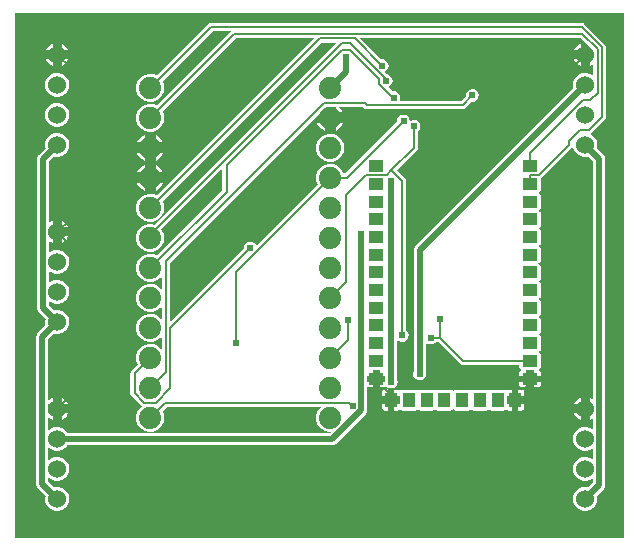
<source format=gbl>
G04 ---------------------------- Layer name :BOTTOM LAYER*
G04 easyEDA 0.1*
G04 Scale: 100 percent, Rotated: No, Reflected: No *
G04 Dimensions in inches *
G04 leading zeros omitted , absolute positions ,2 integer and 4 * 
%FSLAX24Y24*%
%MOIN*%
G90*
G70D02*

%ADD11C,0.008000*%
%ADD12C,0.020000*%
%ADD13C,0.024000*%
%ADD14R,0.039400X0.051200*%
%ADD15R,0.051200X0.039400*%
%ADD16C,0.074000*%
%ADD18C,0.060000*%

%LPD*%
%LNCopperArea outer*%
G36*
G01X100Y17800D02*
G01X100Y35300D01*
G01X20400Y35300D01*
G01X20400Y17800D01*
G01X100Y17800D01*
G37*

%LPC*%
%LNCopper Hole*%
G36*
G01X1132Y34050D02*
G01X1350Y34050D01*
G01X1350Y34265D01*
G01X1300Y34246D01*
G01X1205Y34171D01*
G01X1140Y34073D01*
G01X1132Y34050D01*
G37*
G36*
G01X1650Y34050D02*
G01X1865Y34050D01*
G01X1830Y34126D01*
G01X1750Y34211D01*
G01X1650Y34269D01*
G01X1650Y34050D01*
G37*
G36*
G01X18731Y34050D02*
G01X18950Y34050D01*
G01X18950Y34265D01*
G01X18900Y34246D01*
G01X18806Y34171D01*
G01X18739Y34073D01*
G01X18731Y34050D01*
G37*
G36*
G01X1350Y33534D02*
G01X1350Y33750D01*
G01X1132Y33750D01*
G01X1140Y33726D01*
G01X1205Y33628D01*
G01X1300Y33554D01*
G01X1350Y33534D01*
G37*
G36*
G01X18950Y33534D02*
G01X18950Y33750D01*
G01X18731Y33750D01*
G01X18739Y33726D01*
G01X18806Y33628D01*
G01X18900Y33554D01*
G01X18950Y33534D01*
G37*
G36*
G01X1650Y33530D02*
G01X1750Y33588D01*
G01X1830Y33673D01*
G01X1865Y33750D01*
G01X1650Y33750D01*
G01X1650Y33530D01*
G37*
G36*
G01X1530Y32502D02*
G01X1646Y32528D01*
G01X1750Y32588D01*
G01X1830Y32673D01*
G01X1882Y32782D01*
G01X1900Y32900D01*
G01X1882Y33017D01*
G01X1830Y33126D01*
G01X1750Y33211D01*
G01X1646Y33271D01*
G01X1530Y33298D01*
G01X1409Y33290D01*
G01X1300Y33246D01*
G01X1205Y33171D01*
G01X1140Y33073D01*
G01X1103Y32959D01*
G01X1103Y32840D01*
G01X1140Y32726D01*
G01X1205Y32628D01*
G01X1300Y32553D01*
G01X1409Y32509D01*
G01X1530Y32502D01*
G37*
G36*
G01X1530Y31502D02*
G01X1646Y31528D01*
G01X1750Y31588D01*
G01X1830Y31673D01*
G01X1882Y31782D01*
G01X1900Y31900D01*
G01X1882Y32017D01*
G01X1830Y32126D01*
G01X1750Y32211D01*
G01X1646Y32271D01*
G01X1530Y32298D01*
G01X1409Y32290D01*
G01X1300Y32246D01*
G01X1205Y32171D01*
G01X1140Y32073D01*
G01X1103Y31959D01*
G01X1103Y31840D01*
G01X1140Y31726D01*
G01X1205Y31628D01*
G01X1300Y31553D01*
G01X1409Y31509D01*
G01X1530Y31502D01*
G37*
G36*
G01X10415Y31371D02*
G01X10415Y31615D01*
G01X10165Y31615D01*
G01X10168Y31611D01*
G01X10235Y31503D01*
G01X10327Y31415D01*
G01X10415Y31371D01*
G37*
G36*
G01X10784Y31369D02*
G01X10815Y31382D01*
G01X10919Y31455D01*
G01X11002Y31555D01*
G01X11027Y31615D01*
G01X10784Y31615D01*
G01X10784Y31369D01*
G37*
G36*
G01X4165Y30984D02*
G01X4415Y30984D01*
G01X4415Y31228D01*
G01X4328Y31184D01*
G01X4236Y31096D01*
G01X4167Y30988D01*
G01X4165Y30984D01*
G37*
G36*
G01X4784Y30984D02*
G01X5027Y30984D01*
G01X5002Y31044D01*
G01X4919Y31144D01*
G01X4815Y31217D01*
G01X4784Y31230D01*
G01X4784Y30984D01*
G37*
G36*
G01X4415Y30371D02*
G01X4415Y30615D01*
G01X4165Y30615D01*
G01X4167Y30611D01*
G01X4236Y30503D01*
G01X4328Y30415D01*
G01X4415Y30371D01*
G37*
G36*
G01X4784Y30369D02*
G01X4815Y30382D01*
G01X4919Y30455D01*
G01X5002Y30555D01*
G01X5027Y30615D01*
G01X4784Y30615D01*
G01X4784Y30369D01*
G37*
G36*
G01X10568Y30332D02*
G01X10696Y30340D01*
G01X10815Y30382D01*
G01X10919Y30455D01*
G01X11002Y30555D01*
G01X11052Y30673D01*
G01X11069Y30800D01*
G01X11052Y30926D01*
G01X11002Y31044D01*
G01X10919Y31144D01*
G01X10815Y31217D01*
G01X10696Y31259D01*
G01X10568Y31267D01*
G01X10442Y31242D01*
G01X10327Y31184D01*
G01X10235Y31096D01*
G01X10168Y30988D01*
G01X10134Y30863D01*
G01X10134Y30736D01*
G01X10168Y30611D01*
G01X10235Y30503D01*
G01X10327Y30415D01*
G01X10442Y30357D01*
G01X10568Y30332D01*
G37*
G36*
G01X4165Y29984D02*
G01X4415Y29984D01*
G01X4415Y30228D01*
G01X4328Y30184D01*
G01X4236Y30096D01*
G01X4167Y29988D01*
G01X4165Y29984D01*
G37*
G36*
G01X1650Y21730D02*
G01X1750Y21788D01*
G01X1830Y21873D01*
G01X1865Y21950D01*
G01X1650Y21950D01*
G01X1650Y21730D01*
G37*
G36*
G01X18950Y21734D02*
G01X18950Y21950D01*
G01X18731Y21950D01*
G01X18739Y21926D01*
G01X18806Y21828D01*
G01X18900Y21753D01*
G01X18950Y21734D01*
G37*
G36*
G01X4784Y29984D02*
G01X5027Y29984D01*
G01X5002Y30044D01*
G01X4919Y30144D01*
G01X4815Y30217D01*
G01X4784Y30230D01*
G01X4784Y29984D01*
G37*
G36*
G01X4415Y29371D02*
G01X4415Y29615D01*
G01X4165Y29615D01*
G01X4167Y29611D01*
G01X4236Y29503D01*
G01X4328Y29415D01*
G01X4415Y29371D01*
G37*
G36*
G01X4784Y29369D02*
G01X4815Y29382D01*
G01X4919Y29455D01*
G01X5002Y29555D01*
G01X5027Y29615D01*
G01X4784Y29615D01*
G01X4784Y29369D01*
G37*
G36*
G01X12727Y22044D02*
G01X12826Y22044D01*
G01X12856Y22048D01*
G01X12884Y22063D01*
G01X12906Y22086D01*
G01X12922Y22113D01*
G01X12923Y22130D01*
G01X12926Y22113D01*
G01X12942Y22086D01*
G01X12964Y22063D01*
G01X12992Y22048D01*
G01X13022Y22044D01*
G01X13415Y22044D01*
G01X13446Y22048D01*
G01X13473Y22063D01*
G01X13496Y22086D01*
G01X13511Y22113D01*
G01X13514Y22130D01*
G01X13515Y22113D01*
G01X13531Y22086D01*
G01X13553Y22063D01*
G01X13581Y22048D01*
G01X13611Y22044D01*
G01X14006Y22044D01*
G01X14035Y22048D01*
G01X14064Y22063D01*
G01X14085Y22086D01*
G01X14102Y22113D01*
G01X14103Y22130D01*
G01X14106Y22113D01*
G01X14122Y22086D01*
G01X14143Y22063D01*
G01X14172Y22048D01*
G01X14202Y22044D01*
G01X14596Y22044D01*
G01X14626Y22048D01*
G01X14653Y22063D01*
G01X14676Y22086D01*
G01X14692Y22113D01*
G01X14696Y22144D01*
G01X14696Y22655D01*
G01X14692Y22686D01*
G01X14676Y22713D01*
G01X14653Y22736D01*
G01X14626Y22752D01*
G01X14596Y22755D01*
G01X14202Y22755D01*
G01X14172Y22752D01*
G01X14143Y22736D01*
G01X14122Y22713D01*
G01X14106Y22686D01*
G01X14103Y22676D01*
G01X14102Y22686D01*
G01X14085Y22713D01*
G01X14064Y22736D01*
G01X14035Y22752D01*
G01X14006Y22755D01*
G01X13611Y22755D01*
G01X13581Y22752D01*
G01X13553Y22736D01*
G01X13531Y22713D01*
G01X13515Y22686D01*
G01X13514Y22676D01*
G01X13511Y22686D01*
G01X13496Y22713D01*
G01X13473Y22736D01*
G01X13446Y22752D01*
G01X13415Y22755D01*
G01X13022Y22755D01*
G01X12992Y22752D01*
G01X12964Y22736D01*
G01X12942Y22713D01*
G01X12926Y22686D01*
G01X12923Y22676D01*
G01X12922Y22686D01*
G01X12906Y22713D01*
G01X12884Y22736D01*
G01X12856Y22752D01*
G01X12826Y22755D01*
G01X12727Y22755D01*
G01X12727Y22528D01*
G01X12922Y22528D01*
G01X12922Y22271D01*
G01X12727Y22271D01*
G01X12727Y22044D01*
G37*
G36*
G01X12431Y22044D02*
G01X12531Y22044D01*
G01X12531Y22271D01*
G01X12331Y22271D01*
G01X12331Y22144D01*
G01X12335Y22113D01*
G01X12352Y22086D01*
G01X12373Y22063D01*
G01X12402Y22048D01*
G01X12431Y22044D01*
G37*
G36*
G01X1650Y28150D02*
G01X1865Y28150D01*
G01X1830Y28226D01*
G01X1750Y28311D01*
G01X1650Y28369D01*
G01X1650Y28150D01*
G37*
G36*
G01X1650Y27630D02*
G01X1750Y27688D01*
G01X1830Y27773D01*
G01X1865Y27850D01*
G01X1650Y27850D01*
G01X1650Y27630D01*
G37*
G36*
G01X1530Y18702D02*
G01X1646Y18728D01*
G01X1750Y18788D01*
G01X1830Y18873D01*
G01X1882Y18982D01*
G01X1900Y19100D01*
G01X1882Y19217D01*
G01X1830Y19326D01*
G01X1750Y19411D01*
G01X1646Y19471D01*
G01X1530Y19498D01*
G01X1409Y19490D01*
G01X1398Y19486D01*
G01X1203Y19680D01*
G01X1203Y19830D01*
G01X1205Y19828D01*
G01X1300Y19753D01*
G01X1409Y19709D01*
G01X1530Y19702D01*
G01X1646Y19728D01*
G01X1750Y19788D01*
G01X1830Y19873D01*
G01X1882Y19982D01*
G01X1900Y20100D01*
G01X1882Y20217D01*
G01X1830Y20326D01*
G01X1750Y20411D01*
G01X1646Y20471D01*
G01X1530Y20498D01*
G01X1409Y20490D01*
G01X1300Y20446D01*
G01X1205Y20371D01*
G01X1203Y20369D01*
G01X1203Y20830D01*
G01X1205Y20828D01*
G01X1300Y20753D01*
G01X1409Y20709D01*
G01X1530Y20702D01*
G01X1646Y20728D01*
G01X1750Y20788D01*
G01X1830Y20873D01*
G01X1842Y20900D01*
G01X10668Y20900D01*
G01X10700Y20902D01*
G01X10730Y20909D01*
G01X10757Y20921D01*
G01X10785Y20938D01*
G01X10810Y20957D01*
G01X11784Y21932D01*
G01X11803Y21955D01*
G01X11819Y21984D01*
G01X11831Y22011D01*
G01X11839Y22042D01*
G01X11842Y22073D01*
G01X11842Y22823D01*
G01X11853Y22817D01*
G01X11884Y22813D01*
G01X12010Y22813D01*
G01X12010Y23011D01*
G01X11842Y23011D01*
G01X11842Y23207D01*
G01X12010Y23207D01*
G01X12010Y23403D01*
G01X12265Y23403D01*
G01X12265Y23207D01*
G01X12431Y23207D01*
G01X12431Y23080D01*
G01X12415Y23044D01*
G01X12415Y23011D01*
G01X12265Y23011D01*
G01X12265Y22813D01*
G01X12396Y22813D01*
G01X12426Y22817D01*
G01X12453Y22834D01*
G01X12472Y22852D01*
G01X12522Y22807D01*
G01X12610Y22780D01*
G01X12700Y22788D01*
G01X12780Y22834D01*
G01X12831Y22907D01*
G01X12852Y22998D01*
G01X12831Y23088D01*
G01X12831Y24402D01*
G01X12880Y24359D01*
G01X12968Y24332D01*
G01X13057Y24340D01*
G01X13138Y24386D01*
G01X13189Y24459D01*
G01X13210Y24550D01*
G01X13189Y24640D01*
G01X13138Y24713D01*
G01X13130Y24717D01*
G01X13130Y29686D01*
G01X13127Y29707D01*
G01X13123Y29730D01*
G01X13114Y29750D01*
G01X13103Y29767D01*
G01X13089Y29784D01*
G01X12823Y30050D01*
G01X13492Y30717D01*
G01X13502Y30736D01*
G01X13511Y30755D01*
G01X13515Y30778D01*
G01X13518Y30800D01*
G01X13518Y31352D01*
G01X13527Y31357D01*
G01X13580Y31432D01*
G01X13600Y31521D01*
G01X13580Y31611D01*
G01X13527Y31686D01*
G01X13447Y31732D01*
G01X13357Y31740D01*
G01X13269Y31711D01*
G01X13261Y31703D01*
G01X13242Y31790D01*
G01X13189Y31863D01*
G01X13110Y31909D01*
G01X13019Y31917D01*
G01X12931Y31890D01*
G01X12864Y31830D01*
G01X12826Y31746D01*
G01X12826Y31680D01*
G01X11085Y29940D01*
G01X11046Y29940D01*
G01X11002Y30044D01*
G01X10919Y30144D01*
G01X10815Y30217D01*
G01X10696Y30259D01*
G01X10568Y30267D01*
G01X10442Y30242D01*
G01X10327Y30184D01*
G01X10235Y30096D01*
G01X10168Y29988D01*
G01X10134Y29863D01*
G01X10134Y29736D01*
G01X10168Y29611D01*
G01X10185Y29584D01*
G01X8131Y27530D01*
G01X8127Y27546D01*
G01X8076Y27619D01*
G01X7996Y27665D01*
G01X7906Y27673D01*
G01X7818Y27646D01*
G01X7750Y27586D01*
G01X7711Y27502D01*
G01X7711Y27438D01*
G01X5257Y24986D01*
G01X5257Y26959D01*
G01X10284Y31984D01*
G01X10415Y31984D01*
G01X10415Y32115D01*
G01X10460Y32159D01*
G01X10784Y32159D01*
G01X10784Y31984D01*
G01X11027Y31984D01*
G01X11002Y32044D01*
G01X10919Y32144D01*
G01X10897Y32159D01*
G01X11688Y32159D01*
G01X11714Y32134D01*
G01X11731Y32119D01*
G01X11750Y32107D01*
G01X11769Y32100D01*
G01X11789Y32096D01*
G01X11811Y32094D01*
G01X15026Y32094D01*
G01X15047Y32096D01*
G01X15069Y32100D01*
G01X15089Y32109D01*
G01X15107Y32119D01*
G01X15315Y32328D01*
G01X15318Y32328D01*
G01X15407Y32336D01*
G01X15488Y32382D01*
G01X15539Y32455D01*
G01X15560Y32546D01*
G01X15539Y32636D01*
G01X15488Y32709D01*
G01X15407Y32755D01*
G01X15318Y32763D01*
G01X15230Y32736D01*
G01X15161Y32676D01*
G01X15123Y32592D01*
G01X15123Y32528D01*
G01X14969Y32373D01*
G01X12907Y32373D01*
G01X12914Y32382D01*
G01X12934Y32471D01*
G01X12914Y32561D01*
G01X12861Y32636D01*
G01X12781Y32682D01*
G01X12692Y32690D01*
G01X12680Y32686D01*
G01X12534Y32832D01*
G01X12606Y32871D01*
G01X12657Y32946D01*
G01X12677Y33036D01*
G01X12657Y33126D01*
G01X12606Y33200D01*
G01X12526Y33246D01*
G01X12492Y33248D01*
G01X12402Y33340D01*
G01X12473Y33380D01*
G01X12526Y33454D01*
G01X12546Y33544D01*
G01X12526Y33634D01*
G01X12473Y33707D01*
G01X12393Y33754D01*
G01X12306Y33761D01*
G01X11603Y34461D01*
G01X18938Y34461D01*
G01X19250Y34150D01*
G01X19250Y34050D01*
G01X19350Y34050D01*
G01X19369Y34030D01*
G01X19369Y33750D01*
G01X19250Y33750D01*
G01X19250Y33530D01*
G01X19350Y33588D01*
G01X19369Y33609D01*
G01X19369Y33190D01*
G01X19350Y33211D01*
G01X19246Y33271D01*
G01X19130Y33298D01*
G01X19010Y33290D01*
G01X18900Y33246D01*
G01X18806Y33171D01*
G01X18739Y33073D01*
G01X18703Y32959D01*
G01X18703Y32840D01*
G01X18715Y32800D01*
G01X13442Y27528D01*
G01X13422Y27503D01*
G01X13406Y27476D01*
G01X13393Y27448D01*
G01X13385Y27417D01*
G01X13384Y27386D01*
G01X13384Y23353D01*
G01X13368Y23317D01*
G01X13368Y23226D01*
G01X13406Y23142D01*
G01X13473Y23082D01*
G01X13561Y23053D01*
G01X13652Y23061D01*
G01X13731Y23107D01*
G01X13784Y23182D01*
G01X13803Y23271D01*
G01X13784Y23361D01*
G01X13784Y24326D01*
G01X13842Y24273D01*
G01X13930Y24246D01*
G01X14019Y24253D01*
G01X14100Y24300D01*
G01X14115Y24323D01*
G01X14210Y24323D01*
G01X14947Y23586D01*
G01X14965Y23576D01*
G01X14985Y23565D01*
G01X15007Y23561D01*
G01X15030Y23559D01*
G01X16903Y23559D01*
G01X16903Y23503D01*
G01X16907Y23473D01*
G01X16923Y23446D01*
G01X16946Y23423D01*
G01X16973Y23407D01*
G01X16989Y23405D01*
G01X16973Y23403D01*
G01X16946Y23388D01*
G01X16923Y23365D01*
G01X16907Y23338D01*
G01X16903Y23307D01*
G01X16903Y23207D01*
G01X17131Y23207D01*
G01X17131Y23403D01*
G01X17388Y23403D01*
G01X17388Y23207D01*
G01X17615Y23207D01*
G01X17615Y23307D01*
G01X17611Y23338D01*
G01X17596Y23365D01*
G01X17573Y23388D01*
G01X17546Y23403D01*
G01X17531Y23405D01*
G01X17546Y23407D01*
G01X17573Y23423D01*
G01X17596Y23446D01*
G01X17611Y23473D01*
G01X17615Y23503D01*
G01X17615Y23898D01*
G01X17611Y23928D01*
G01X17596Y23955D01*
G01X17573Y23978D01*
G01X17546Y23994D01*
G01X17531Y23996D01*
G01X17546Y23998D01*
G01X17573Y24013D01*
G01X17596Y24036D01*
G01X17611Y24063D01*
G01X17615Y24094D01*
G01X17615Y24488D01*
G01X17611Y24517D01*
G01X17596Y24546D01*
G01X17573Y24567D01*
G01X17546Y24584D01*
G01X17531Y24586D01*
G01X17546Y24588D01*
G01X17573Y24603D01*
G01X17596Y24626D01*
G01X17611Y24653D01*
G01X17615Y24684D01*
G01X17615Y25078D01*
G01X17611Y25107D01*
G01X17596Y25136D01*
G01X17573Y25157D01*
G01X17546Y25173D01*
G01X17531Y25176D01*
G01X17546Y25178D01*
G01X17573Y25194D01*
G01X17596Y25215D01*
G01X17611Y25244D01*
G01X17615Y25273D01*
G01X17615Y25667D01*
G01X17611Y25698D01*
G01X17596Y25726D01*
G01X17573Y25748D01*
G01X17546Y25763D01*
G01X17531Y25765D01*
G01X17546Y25767D01*
G01X17573Y25784D01*
G01X17596Y25805D01*
G01X17611Y25834D01*
G01X17615Y25863D01*
G01X17615Y26257D01*
G01X17611Y26288D01*
G01X17596Y26315D01*
G01X17573Y26338D01*
G01X17546Y26353D01*
G01X17531Y26355D01*
G01X17546Y26357D01*
G01X17573Y26373D01*
G01X17596Y26396D01*
G01X17611Y26423D01*
G01X17615Y26453D01*
G01X17615Y26848D01*
G01X17611Y26878D01*
G01X17596Y26905D01*
G01X17573Y26928D01*
G01X17546Y26944D01*
G01X17531Y26946D01*
G01X17546Y26948D01*
G01X17573Y26963D01*
G01X17596Y26986D01*
G01X17611Y27013D01*
G01X17615Y27044D01*
G01X17615Y27438D01*
G01X17611Y27467D01*
G01X17596Y27496D01*
G01X17573Y27517D01*
G01X17546Y27534D01*
G01X17531Y27536D01*
G01X17546Y27538D01*
G01X17573Y27553D01*
G01X17596Y27576D01*
G01X17611Y27603D01*
G01X17615Y27634D01*
G01X17615Y28028D01*
G01X17611Y28057D01*
G01X17596Y28086D01*
G01X17573Y28107D01*
G01X17546Y28123D01*
G01X17531Y28126D01*
G01X17546Y28128D01*
G01X17573Y28144D01*
G01X17596Y28165D01*
G01X17611Y28194D01*
G01X17615Y28223D01*
G01X17615Y28617D01*
G01X17611Y28648D01*
G01X17596Y28676D01*
G01X17573Y28698D01*
G01X17546Y28713D01*
G01X17531Y28715D01*
G01X17546Y28717D01*
G01X17573Y28734D01*
G01X17596Y28755D01*
G01X17611Y28784D01*
G01X17615Y28813D01*
G01X17615Y29207D01*
G01X17611Y29238D01*
G01X17596Y29265D01*
G01X17573Y29288D01*
G01X17546Y29303D01*
G01X17531Y29305D01*
G01X17546Y29307D01*
G01X17573Y29323D01*
G01X17596Y29346D01*
G01X17611Y29373D01*
G01X17615Y29403D01*
G01X17615Y29771D01*
G01X17619Y29773D01*
G01X17638Y29784D01*
G01X18664Y30809D01*
G01X18673Y30828D01*
G01X18684Y30848D01*
G01X18688Y30869D01*
G01X18689Y30892D01*
G01X18689Y30961D01*
G01X18711Y30984D01*
G01X18703Y30959D01*
G01X18703Y30840D01*
G01X18739Y30726D01*
G01X18806Y30628D01*
G01X18900Y30553D01*
G01X19010Y30509D01*
G01X19130Y30502D01*
G01X19197Y30517D01*
G01X19369Y30346D01*
G01X19369Y22390D01*
G01X19350Y22411D01*
G01X19250Y22469D01*
G01X19250Y22250D01*
G01X19369Y22250D01*
G01X19369Y21950D01*
G01X19250Y21950D01*
G01X19250Y21730D01*
G01X19350Y21788D01*
G01X19369Y21809D01*
G01X19369Y21390D01*
G01X19350Y21411D01*
G01X19246Y21471D01*
G01X19130Y21498D01*
G01X19010Y21490D01*
G01X18900Y21446D01*
G01X18806Y21371D01*
G01X18739Y21273D01*
G01X18703Y21159D01*
G01X18703Y21040D01*
G01X18739Y20926D01*
G01X18806Y20828D01*
G01X18900Y20753D01*
G01X19010Y20709D01*
G01X19130Y20702D01*
G01X19246Y20728D01*
G01X19350Y20788D01*
G01X19369Y20809D01*
G01X19369Y20390D01*
G01X19350Y20411D01*
G01X19246Y20471D01*
G01X19130Y20498D01*
G01X19010Y20490D01*
G01X18900Y20446D01*
G01X18806Y20371D01*
G01X18739Y20273D01*
G01X18703Y20159D01*
G01X18703Y20040D01*
G01X18739Y19926D01*
G01X18806Y19828D01*
G01X18900Y19753D01*
G01X19010Y19709D01*
G01X19130Y19702D01*
G01X19246Y19728D01*
G01X19350Y19788D01*
G01X19369Y19809D01*
G01X19369Y19655D01*
G01X19197Y19482D01*
G01X19130Y19498D01*
G01X19010Y19490D01*
G01X18900Y19446D01*
G01X18806Y19371D01*
G01X18739Y19273D01*
G01X18703Y19159D01*
G01X18703Y19040D01*
G01X18739Y18926D01*
G01X18806Y18828D01*
G01X18900Y18753D01*
G01X19010Y18709D01*
G01X19130Y18702D01*
G01X19246Y18728D01*
G01X19350Y18788D01*
G01X19430Y18873D01*
G01X19481Y18982D01*
G01X19500Y19100D01*
G01X19484Y19202D01*
G01X19711Y19430D01*
G01X19731Y19453D01*
G01X19747Y19482D01*
G01X19760Y19509D01*
G01X19768Y19540D01*
G01X19769Y19571D01*
G01X19769Y30430D01*
G01X19768Y30461D01*
G01X19760Y30492D01*
G01X19747Y30519D01*
G01X19731Y30548D01*
G01X19711Y30571D01*
G01X19484Y30800D01*
G01X19500Y30900D01*
G01X19481Y31017D01*
G01X19430Y31126D01*
G01X19350Y31211D01*
G01X19257Y31263D01*
G01X19264Y31265D01*
G01X19284Y31276D01*
G01X19302Y31286D01*
G01X19773Y31757D01*
G01X19784Y31776D01*
G01X19793Y31796D01*
G01X19797Y31817D01*
G01X19800Y31840D01*
G01X19800Y34148D01*
G01X19797Y34169D01*
G01X19793Y34192D01*
G01X19784Y34211D01*
G01X19773Y34230D01*
G01X19064Y34940D01*
G01X19046Y34950D01*
G01X19026Y34959D01*
G01X19003Y34963D01*
G01X18981Y34965D01*
G01X6623Y34965D01*
G01X6602Y34963D01*
G01X6580Y34959D01*
G01X6560Y34950D01*
G01X6542Y34940D01*
G01X6523Y34923D01*
G01X4818Y33215D01*
G01X4815Y33217D01*
G01X4696Y33259D01*
G01X4567Y33267D01*
G01X4442Y33242D01*
G01X4328Y33184D01*
G01X4236Y33096D01*
G01X4167Y32988D01*
G01X4134Y32863D01*
G01X4134Y32736D01*
G01X4167Y32611D01*
G01X4236Y32503D01*
G01X4328Y32415D01*
G01X4442Y32357D01*
G01X4567Y32332D01*
G01X4696Y32340D01*
G01X4815Y32382D01*
G01X4919Y32455D01*
G01X5002Y32555D01*
G01X5052Y32673D01*
G01X5069Y32800D01*
G01X5052Y32926D01*
G01X5014Y33015D01*
G01X6681Y34686D01*
G01X7285Y34686D01*
G01X4818Y32215D01*
G01X4815Y32217D01*
G01X4696Y32259D01*
G01X4567Y32267D01*
G01X4442Y32242D01*
G01X4328Y32184D01*
G01X4236Y32096D01*
G01X4167Y31988D01*
G01X4134Y31863D01*
G01X4134Y31736D01*
G01X4167Y31611D01*
G01X4236Y31503D01*
G01X4328Y31415D01*
G01X4442Y31357D01*
G01X4567Y31332D01*
G01X4696Y31340D01*
G01X4815Y31382D01*
G01X4919Y31455D01*
G01X5002Y31555D01*
G01X5052Y31673D01*
G01X5069Y31800D01*
G01X5052Y31926D01*
G01X5014Y32015D01*
G01X7457Y34461D01*
G01X10065Y34461D01*
G01X4819Y29215D01*
G01X4815Y29217D01*
G01X4696Y29259D01*
G01X4567Y29267D01*
G01X4442Y29242D01*
G01X4328Y29184D01*
G01X4236Y29096D01*
G01X4167Y28988D01*
G01X4134Y28863D01*
G01X4134Y28736D01*
G01X4167Y28611D01*
G01X4236Y28503D01*
G01X4328Y28415D01*
G01X4442Y28357D01*
G01X4567Y28332D01*
G01X4696Y28340D01*
G01X4815Y28382D01*
G01X4919Y28455D01*
G01X5002Y28555D01*
G01X5052Y28673D01*
G01X5069Y28800D01*
G01X5052Y28926D01*
G01X5014Y29017D01*
G01X10306Y34309D01*
G01X10806Y34309D01*
G01X4739Y28244D01*
G01X4696Y28259D01*
G01X4567Y28267D01*
G01X4442Y28242D01*
G01X4328Y28184D01*
G01X4236Y28096D01*
G01X4167Y27988D01*
G01X4134Y27863D01*
G01X4134Y27736D01*
G01X4167Y27611D01*
G01X4236Y27503D01*
G01X4328Y27415D01*
G01X4442Y27357D01*
G01X4567Y27332D01*
G01X4696Y27340D01*
G01X4815Y27382D01*
G01X4919Y27455D01*
G01X5002Y27555D01*
G01X5052Y27673D01*
G01X5069Y27800D01*
G01X5052Y27926D01*
G01X5002Y28044D01*
G01X4969Y28082D01*
G01X7003Y30115D01*
G01X7003Y29403D01*
G01X4818Y27215D01*
G01X4815Y27217D01*
G01X4696Y27259D01*
G01X4567Y27267D01*
G01X4442Y27242D01*
G01X4328Y27184D01*
G01X4236Y27096D01*
G01X4167Y26988D01*
G01X4134Y26863D01*
G01X4134Y26736D01*
G01X4167Y26611D01*
G01X4236Y26503D01*
G01X4328Y26415D01*
G01X4442Y26357D01*
G01X4567Y26332D01*
G01X4696Y26340D01*
G01X4815Y26382D01*
G01X4919Y26455D01*
G01X4977Y26526D01*
G01X4977Y26073D01*
G01X4919Y26144D01*
G01X4815Y26217D01*
G01X4696Y26259D01*
G01X4567Y26267D01*
G01X4442Y26242D01*
G01X4328Y26184D01*
G01X4236Y26096D01*
G01X4167Y25988D01*
G01X4134Y25863D01*
G01X4134Y25736D01*
G01X4167Y25611D01*
G01X4236Y25503D01*
G01X4328Y25415D01*
G01X4442Y25357D01*
G01X4567Y25332D01*
G01X4696Y25340D01*
G01X4815Y25382D01*
G01X4919Y25455D01*
G01X4977Y25526D01*
G01X4977Y25073D01*
G01X4919Y25144D01*
G01X4815Y25217D01*
G01X4696Y25259D01*
G01X4567Y25267D01*
G01X4442Y25242D01*
G01X4328Y25184D01*
G01X4236Y25096D01*
G01X4167Y24988D01*
G01X4134Y24863D01*
G01X4134Y24736D01*
G01X4167Y24611D01*
G01X4236Y24503D01*
G01X4328Y24415D01*
G01X4442Y24357D01*
G01X4567Y24332D01*
G01X4696Y24340D01*
G01X4815Y24382D01*
G01X4919Y24455D01*
G01X4977Y24526D01*
G01X4977Y24073D01*
G01X4919Y24144D01*
G01X4815Y24217D01*
G01X4696Y24259D01*
G01X4567Y24267D01*
G01X4442Y24242D01*
G01X4328Y24184D01*
G01X4236Y24096D01*
G01X4167Y23988D01*
G01X4134Y23863D01*
G01X4134Y23736D01*
G01X4167Y23611D01*
G01X4186Y23584D01*
G01X3982Y23382D01*
G01X3965Y23363D01*
G01X3955Y23346D01*
G01X3946Y23326D01*
G01X3942Y23303D01*
G01X3940Y23282D01*
G01X3940Y22615D01*
G01X3942Y22594D01*
G01X3946Y22571D01*
G01X3955Y22552D01*
G01X3965Y22534D01*
G01X3980Y22517D01*
G01X4294Y22202D01*
G01X4311Y22186D01*
G01X4323Y22180D01*
G01X4236Y22096D01*
G01X4167Y21988D01*
G01X4134Y21863D01*
G01X4134Y21736D01*
G01X4167Y21611D01*
G01X4236Y21503D01*
G01X4328Y21415D01*
G01X4442Y21357D01*
G01X4567Y21332D01*
G01X4696Y21340D01*
G01X4815Y21382D01*
G01X4919Y21455D01*
G01X5002Y21555D01*
G01X5052Y21673D01*
G01X5069Y21800D01*
G01X5052Y21926D01*
G01X5014Y22015D01*
G01X5157Y22161D01*
G01X10306Y22161D01*
G01X10235Y22096D01*
G01X10168Y21988D01*
G01X10134Y21863D01*
G01X10134Y21736D01*
G01X10168Y21611D01*
G01X10235Y21503D01*
G01X10327Y21415D01*
G01X10442Y21357D01*
G01X10568Y21332D01*
G01X10619Y21336D01*
G01X10584Y21300D01*
G01X1842Y21300D01*
G01X1830Y21326D01*
G01X1750Y21411D01*
G01X1646Y21471D01*
G01X1530Y21498D01*
G01X1409Y21490D01*
G01X1300Y21446D01*
G01X1205Y21371D01*
G01X1203Y21369D01*
G01X1203Y21830D01*
G01X1205Y21828D01*
G01X1300Y21753D01*
G01X1350Y21734D01*
G01X1350Y21950D01*
G01X1203Y21950D01*
G01X1203Y22250D01*
G01X1350Y22250D01*
G01X1350Y22465D01*
G01X1300Y22446D01*
G01X1205Y22371D01*
G01X1203Y22369D01*
G01X1203Y24421D01*
G01X1398Y24613D01*
G01X1409Y24609D01*
G01X1530Y24602D01*
G01X1646Y24628D01*
G01X1750Y24688D01*
G01X1830Y24773D01*
G01X1882Y24882D01*
G01X1900Y25000D01*
G01X1882Y25117D01*
G01X1830Y25226D01*
G01X1750Y25311D01*
G01X1646Y25371D01*
G01X1530Y25398D01*
G01X1409Y25390D01*
G01X1398Y25386D01*
G01X1228Y25555D01*
G01X1228Y25709D01*
G01X1300Y25653D01*
G01X1409Y25609D01*
G01X1530Y25602D01*
G01X1646Y25628D01*
G01X1750Y25688D01*
G01X1830Y25773D01*
G01X1882Y25882D01*
G01X1900Y26000D01*
G01X1882Y26117D01*
G01X1830Y26226D01*
G01X1750Y26311D01*
G01X1646Y26371D01*
G01X1530Y26398D01*
G01X1409Y26390D01*
G01X1300Y26346D01*
G01X1228Y26290D01*
G01X1228Y26709D01*
G01X1300Y26653D01*
G01X1409Y26609D01*
G01X1530Y26602D01*
G01X1646Y26628D01*
G01X1750Y26688D01*
G01X1830Y26773D01*
G01X1882Y26882D01*
G01X1900Y27000D01*
G01X1882Y27117D01*
G01X1830Y27226D01*
G01X1750Y27311D01*
G01X1646Y27371D01*
G01X1530Y27398D01*
G01X1409Y27390D01*
G01X1300Y27346D01*
G01X1228Y27290D01*
G01X1228Y27709D01*
G01X1300Y27653D01*
G01X1350Y27634D01*
G01X1350Y27850D01*
G01X1228Y27850D01*
G01X1228Y28150D01*
G01X1350Y28150D01*
G01X1350Y28365D01*
G01X1300Y28346D01*
G01X1228Y28290D01*
G01X1228Y30346D01*
G01X1398Y30513D01*
G01X1409Y30509D01*
G01X1530Y30502D01*
G01X1646Y30528D01*
G01X1750Y30588D01*
G01X1830Y30673D01*
G01X1882Y30782D01*
G01X1900Y30900D01*
G01X1882Y31017D01*
G01X1830Y31126D01*
G01X1750Y31211D01*
G01X1646Y31271D01*
G01X1530Y31298D01*
G01X1409Y31290D01*
G01X1300Y31246D01*
G01X1205Y31171D01*
G01X1140Y31073D01*
G01X1103Y30959D01*
G01X1103Y30840D01*
G01X1115Y30802D01*
G01X886Y30571D01*
G01X865Y30548D01*
G01X850Y30521D01*
G01X838Y30492D01*
G01X830Y30461D01*
G01X828Y30430D01*
G01X828Y25471D01*
G01X830Y25440D01*
G01X838Y25409D01*
G01X850Y25382D01*
G01X865Y25353D01*
G01X886Y25330D01*
G01X1115Y25100D01*
G01X1103Y25059D01*
G01X1103Y24940D01*
G01X1115Y24902D01*
G01X861Y24648D01*
G01X842Y24623D01*
G01X826Y24598D01*
G01X813Y24567D01*
G01X805Y24538D01*
G01X803Y24505D01*
G01X803Y19596D01*
G01X805Y19563D01*
G01X813Y19534D01*
G01X826Y19505D01*
G01X842Y19478D01*
G01X861Y19453D01*
G01X1115Y19200D01*
G01X1103Y19159D01*
G01X1103Y19040D01*
G01X1140Y18926D01*
G01X1205Y18828D01*
G01X1300Y18753D01*
G01X1409Y18709D01*
G01X1530Y18702D01*
G37*
G36*
G01X14802Y22044D02*
G01X15196Y22044D01*
G01X15226Y22048D01*
G01X15253Y22063D01*
G01X15276Y22086D01*
G01X15292Y22113D01*
G01X15293Y22130D01*
G01X15296Y22113D01*
G01X15311Y22086D01*
G01X15334Y22063D01*
G01X15361Y22048D01*
G01X15392Y22044D01*
G01X15785Y22044D01*
G01X15815Y22048D01*
G01X15843Y22063D01*
G01X15865Y22086D01*
G01X15881Y22113D01*
G01X15884Y22130D01*
G01X15885Y22113D01*
G01X15902Y22086D01*
G01X15923Y22063D01*
G01X15952Y22048D01*
G01X15981Y22044D01*
G01X16376Y22044D01*
G01X16406Y22048D01*
G01X16434Y22063D01*
G01X16456Y22086D01*
G01X16472Y22113D01*
G01X16473Y22130D01*
G01X16476Y22113D01*
G01X16492Y22086D01*
G01X16514Y22063D01*
G01X16542Y22048D01*
G01X16572Y22044D01*
G01X16672Y22044D01*
G01X16672Y22271D01*
G01X16476Y22271D01*
G01X16476Y22528D01*
G01X16672Y22528D01*
G01X16672Y22755D01*
G01X16572Y22755D01*
G01X16542Y22752D01*
G01X16514Y22736D01*
G01X16492Y22713D01*
G01X16476Y22686D01*
G01X16473Y22676D01*
G01X16472Y22686D01*
G01X16456Y22713D01*
G01X16434Y22736D01*
G01X16406Y22752D01*
G01X16376Y22755D01*
G01X15981Y22755D01*
G01X15952Y22752D01*
G01X15923Y22736D01*
G01X15902Y22713D01*
G01X15885Y22686D01*
G01X15884Y22676D01*
G01X15881Y22686D01*
G01X15865Y22713D01*
G01X15843Y22736D01*
G01X15815Y22752D01*
G01X15785Y22755D01*
G01X15392Y22755D01*
G01X15361Y22752D01*
G01X15334Y22736D01*
G01X15311Y22713D01*
G01X15296Y22686D01*
G01X15293Y22676D01*
G01X15292Y22686D01*
G01X15276Y22713D01*
G01X15253Y22736D01*
G01X15226Y22752D01*
G01X15196Y22755D01*
G01X14802Y22755D01*
G01X14772Y22752D01*
G01X14743Y22736D01*
G01X14722Y22713D01*
G01X14706Y22686D01*
G01X14702Y22655D01*
G01X14702Y22144D01*
G01X14706Y22113D01*
G01X14722Y22086D01*
G01X14743Y22063D01*
G01X14772Y22048D01*
G01X14802Y22044D01*
G37*
G36*
G01X17003Y22813D02*
G01X17131Y22813D01*
G01X17131Y23011D01*
G01X16903Y23011D01*
G01X16903Y22913D01*
G01X16907Y22884D01*
G01X16923Y22855D01*
G01X16946Y22834D01*
G01X16973Y22817D01*
G01X17003Y22813D01*
G37*
G36*
G01X16868Y22044D02*
G01X16965Y22044D01*
G01X16996Y22048D01*
G01X17023Y22063D01*
G01X17046Y22086D01*
G01X17061Y22113D01*
G01X17065Y22144D01*
G01X17065Y22271D01*
G01X16868Y22271D01*
G01X16868Y22044D01*
G37*
G36*
G01X17388Y22813D02*
G01X17515Y22813D01*
G01X17546Y22817D01*
G01X17573Y22834D01*
G01X17596Y22855D01*
G01X17611Y22884D01*
G01X17615Y22913D01*
G01X17615Y23011D01*
G01X17388Y23011D01*
G01X17388Y22813D01*
G37*
G36*
G01X16868Y22528D02*
G01X17065Y22528D01*
G01X17065Y22655D01*
G01X17061Y22686D01*
G01X17046Y22713D01*
G01X17023Y22736D01*
G01X16996Y22752D01*
G01X16965Y22755D01*
G01X16868Y22755D01*
G01X16868Y22528D01*
G37*
G36*
G01X12331Y22528D02*
G01X12531Y22528D01*
G01X12531Y22755D01*
G01X12431Y22755D01*
G01X12402Y22752D01*
G01X12373Y22736D01*
G01X12352Y22713D01*
G01X12335Y22686D01*
G01X12331Y22655D01*
G01X12331Y22528D01*
G37*
G36*
G01X18731Y22250D02*
G01X18950Y22250D01*
G01X18950Y22465D01*
G01X18900Y22446D01*
G01X18806Y22371D01*
G01X18739Y22273D01*
G01X18731Y22250D01*
G37*
G36*
G01X1650Y22250D02*
G01X1865Y22250D01*
G01X1830Y22326D01*
G01X1750Y22411D01*
G01X1650Y22469D01*
G01X1650Y22250D01*
G37*

%LPD*%
%LNVIA PAD TRACK COPPERAREA*%
G54D11*
G01X7928Y27455D02*
G01X5269Y24796D01*
G01X5269Y22790D01*
G01X4779Y22300D01*
G01X4394Y22300D01*
G01X4080Y22614D01*
G01X4080Y23280D01*
G01X4600Y23800D01*
G01X4600Y26800D02*
G01X7144Y29344D01*
G01X7144Y30238D01*
G01X10981Y34075D01*
G01X11255Y34075D01*
G01X12229Y33102D01*
G01X12229Y32940D01*
G01X12697Y32472D01*
G01X12715Y32472D01*
G01X12715Y32471D01*
G01X12459Y33035D02*
G01X12459Y33084D01*
G01X11243Y34299D01*
G01X10993Y34299D01*
G01X4600Y27906D01*
G01X4600Y27800D01*
G01X12326Y33542D02*
G01X11418Y34450D01*
G01X10250Y34450D01*
G01X4600Y28800D01*
G01X13288Y22756D02*
G01X13288Y30411D01*
G01X13626Y30749D01*
G01X13972Y23252D02*
G01X13972Y24147D01*
G01X13288Y22756D02*
G01X12630Y22756D01*
G01X13972Y22756D02*
G01X13288Y22756D01*
G01X10600Y31800D02*
G01X10729Y31929D01*
G01X13513Y31929D01*
G01X13626Y31817D01*
G01X13626Y31817D02*
G01X17017Y31817D01*
G01X19100Y33900D01*
G01X13626Y31817D02*
G01X13626Y30749D01*
G01X13972Y22756D02*
G01X13972Y23252D01*
G01X16769Y22756D02*
G01X13972Y22756D01*
G01X12139Y23109D02*
G01X12139Y22812D01*
G01X12630Y22578D02*
G01X12395Y22812D01*
G01X12139Y22812D01*
G01X12630Y22578D02*
G01X12630Y22756D01*
G01X12630Y22400D02*
G01X12630Y22578D01*
G01X16769Y22718D02*
G01X16769Y22756D01*
G01X16769Y22400D02*
G01X16769Y22718D01*
G01X17260Y22961D02*
G01X17054Y22756D01*
G01X16769Y22756D01*
G01X17260Y22961D02*
G01X17260Y22812D01*
G01X17260Y23109D02*
G01X17260Y22961D01*
G01X4600Y29800D02*
G01X4600Y30800D01*
G01X1500Y33900D02*
G01X1910Y33489D01*
G01X1910Y28410D01*
G01X1500Y28000D01*
G01X1500Y22100D02*
G01X1942Y22542D01*
G01X1942Y27557D01*
G01X1500Y28000D01*
G01X19100Y22100D02*
G01X17972Y22100D01*
G01X17260Y22812D01*
G54D12*
G01X10600Y32800D02*
G01X11138Y33338D01*
G01X11138Y33841D01*
G01X1500Y25000D02*
G01X1004Y24504D01*
G01X1004Y19595D01*
G01X1500Y19100D01*
G01X1500Y30900D02*
G01X1029Y30429D01*
G01X1029Y25470D01*
G01X1500Y25000D01*
G01X19100Y19100D02*
G01X19570Y19570D01*
G01X19570Y30429D01*
G01X19100Y30900D01*
G54D11*
G01X14267Y24462D02*
G01X15030Y23700D01*
G01X17260Y23700D01*
G01X13951Y24462D02*
G01X14267Y24462D01*
G01X14267Y25107D02*
G01X14267Y24462D01*
G01X7473Y24308D02*
G01X7473Y26673D01*
G01X10600Y29800D01*
G01X10600Y29800D02*
G01X11143Y29800D01*
G01X13043Y31699D01*
G01X12627Y30048D02*
G01X13379Y30799D01*
G01X13379Y31521D01*
G01X10600Y25800D02*
G01X11119Y26319D01*
G01X11119Y29215D01*
G01X11807Y29902D01*
G01X12482Y29902D01*
G01X12627Y30048D01*
G01X12990Y24549D02*
G01X12990Y29685D01*
G01X12627Y30048D01*
G54D12*
G01X12632Y29703D02*
G01X12632Y22997D01*
G01X13585Y23271D02*
G01X13585Y27386D01*
G01X19100Y32900D01*
G54D11*
G01X4600Y21800D02*
G01X5100Y22300D01*
G01X11235Y22300D01*
G01X11346Y22189D01*
G01X11185Y25049D02*
G01X11185Y24384D01*
G01X10600Y23800D01*
G54D12*
G01X11642Y27928D02*
G01X11642Y22073D01*
G01X10668Y21100D01*
G01X1500Y21100D01*
G54D11*
G01X4600Y31800D02*
G01X7401Y34601D01*
G01X18994Y34601D01*
G01X19510Y34085D01*
G01X19510Y32644D01*
G01X19265Y32400D01*
G01X19020Y32400D01*
G01X17260Y30639D01*
G01X17260Y30200D01*
G01X4600Y32800D02*
G01X6625Y34825D01*
G01X18982Y34825D01*
G01X19660Y34147D01*
G01X19660Y31838D01*
G01X19221Y31400D01*
G01X18932Y31400D01*
G01X18551Y31018D01*
G01X18551Y30891D01*
G01X17557Y29897D01*
G01X17260Y29897D01*
G01X17260Y29600D02*
G01X17260Y29897D01*
G01X4600Y22800D02*
G01X5119Y23319D01*
G01X5119Y27017D01*
G01X10402Y32300D01*
G01X11745Y32300D01*
G01X11812Y32232D01*
G01X15027Y32232D01*
G01X15340Y32546D01*
G54D14*
G01X15000Y22400D03*
G01X16769Y22400D03*
G01X16180Y22400D03*
G01X15589Y22400D03*
G01X14400Y22400D03*
G01X13810Y22400D03*
G01X13219Y22400D03*
G01X12630Y22400D03*
G54D15*
G01X12139Y23109D03*
G01X12139Y23700D03*
G01X12139Y24290D03*
G01X12139Y24880D03*
G01X12139Y25469D03*
G01X12139Y26059D03*
G01X12139Y26650D03*
G01X12139Y27240D03*
G01X12139Y27830D03*
G01X12139Y28419D03*
G01X12139Y29009D03*
G01X12139Y29600D03*
G01X12139Y30200D03*
G01X17260Y30200D03*
G01X17260Y29600D03*
G01X17260Y29009D03*
G01X17260Y28419D03*
G01X17260Y27830D03*
G01X17260Y27240D03*
G01X17260Y26650D03*
G01X17260Y26059D03*
G01X17260Y25469D03*
G01X17260Y24880D03*
G01X17260Y24290D03*
G01X17260Y23700D03*
G01X17260Y23109D03*
G54D16*
G01X4600Y21800D03*
G01X4600Y22800D03*
G01X4600Y23800D03*
G01X4600Y24800D03*
G01X4600Y25800D03*
G01X4600Y26800D03*
G01X4600Y27800D03*
G01X4600Y28800D03*
G01X4600Y29800D03*
G01X4600Y30800D03*
G01X4600Y31800D03*
G01X4600Y32800D03*
G01X10600Y32800D03*
G01X10600Y31800D03*
G01X10600Y30800D03*
G01X10600Y29800D03*
G01X10600Y28800D03*
G01X10600Y27800D03*
G01X10600Y26800D03*
G01X10600Y25800D03*
G01X10600Y24800D03*
G01X10600Y23800D03*
G01X10600Y22800D03*
G01X10600Y21800D03*
G54D18*
G01X1500Y28000D03*
G01X1500Y27000D03*
G01X1500Y26000D03*
G01X1500Y25000D03*
G01X1500Y33900D03*
G01X1500Y32900D03*
G01X1500Y31900D03*
G01X1500Y30900D03*
G01X1500Y22100D03*
G01X1500Y21100D03*
G01X1500Y20100D03*
G01X1500Y19100D03*
G01X19100Y33900D03*
G01X19100Y32900D03*
G01X19100Y31900D03*
G01X19100Y30900D03*
G01X19100Y22100D03*
G01X19100Y21100D03*
G01X19100Y20100D03*
G01X19100Y19100D03*
G54D13*
G01X15340Y32546D03*
G01X7928Y27455D03*
G01X12714Y32471D03*
G01X12459Y33036D03*
G01X12326Y33542D03*
G01X13626Y30748D03*
G01X13972Y24146D03*
G01X13972Y23253D03*
G01X11138Y33840D03*
G01X14267Y25107D03*
G01X13952Y24463D03*
G01X13043Y31700D03*
G01X7472Y24307D03*
G01X12990Y24550D03*
G01X13380Y31521D03*
G01X12632Y29703D03*
G01X12632Y22998D03*
G01X13585Y23271D03*
G01X11347Y22188D03*
G01X11185Y25048D03*
G01X11642Y27928D03*
G54D16*
G01X4600Y21800D03*
G01X4600Y22800D03*
G01X4600Y23800D03*
G01X4600Y24800D03*
G01X4600Y25800D03*
G01X4600Y26800D03*
G01X4600Y27800D03*
G01X4600Y28800D03*
G01X4600Y29800D03*
G01X4600Y30800D03*
G01X4600Y31800D03*
G01X4600Y32800D03*
G01X10600Y32800D03*
G01X10600Y31800D03*
G01X10600Y30800D03*
G01X10600Y29800D03*
G01X10600Y28800D03*
G01X10600Y27800D03*
G01X10600Y26800D03*
G01X10600Y25800D03*
G01X10600Y24800D03*
G01X10600Y23800D03*
G01X10600Y22800D03*
G01X10600Y21800D03*
G54D18*
G01X1500Y28000D03*
G01X1500Y27000D03*
G01X1500Y26000D03*
G01X1500Y25000D03*
G01X1500Y33900D03*
G01X1500Y32900D03*
G01X1500Y31900D03*
G01X1500Y30900D03*
G01X1500Y22100D03*
G01X1500Y21100D03*
G01X1500Y20100D03*
G01X1500Y19100D03*
G01X19100Y33900D03*
G01X19100Y32900D03*
G01X19100Y31900D03*
G01X19100Y30900D03*
G01X19100Y22100D03*
G01X19100Y21100D03*
G01X19100Y20100D03*
G01X19100Y19100D03*

M00*
M02*
</source>
